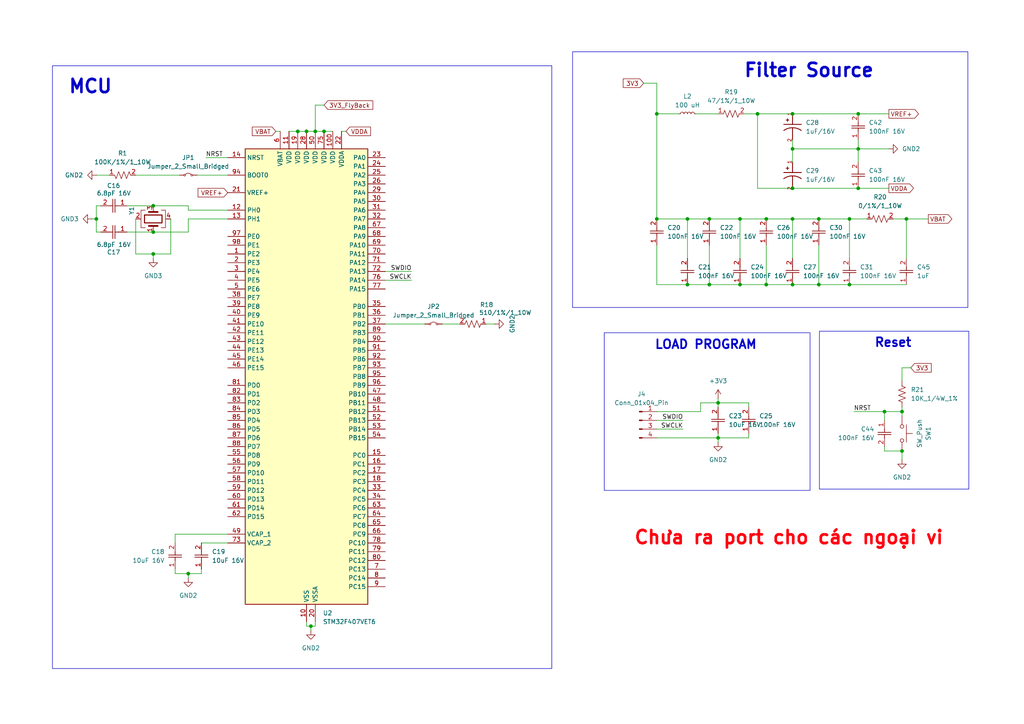
<source format=kicad_sch>
(kicad_sch (version 20231120) (generator "eeschema") (generator_version "8.0")
  (paper "A4")
  (lib_symbols
    (symbol "Connector:Conn_01x04_Pin" (pin_names (offset 1.016) hide)
      (property "Reference" "J" (at 0 5.08 0))
      (property "Value" "Conn_01x04_Pin" (at 0 -7.62 0))
      (symbol "Conn_01x04_Pin_1_1"
        (polyline (pts (xy 1.27 -5.08) (xy 0.8636 -5.08)) (stroke (width 0.1524)))
        (polyline (pts (xy 1.27 -2.54) (xy 0.8636 -2.54)) (stroke (width 0.1524)))
        (polyline (pts (xy 1.27 0) (xy 0.8636 0)) (stroke (width 0.1524)))
        (polyline (pts (xy 1.27 2.54) (xy 0.8636 2.54)) (stroke (width 0.1524)))
        (rectangle (start 0.8636 -4.953) (end 0 -5.207) (stroke (width 0.1524)) (fill (type outline)))
        (rectangle (start 0.8636 -2.413) (end 0 -2.667) (stroke (width 0.1524)) (fill (type outline)))
        (rectangle (start 0.8636 0.127) (end 0 -0.127) (stroke (width 0.1524)) (fill (type outline)))
        (rectangle (start 0.8636 2.667) (end 0 2.413) (stroke (width 0.1524)) (fill (type outline)))
        (pin passive line (at 5.08 2.54 180) (length 3.81) (name "Pin_1") (number "1"))
        (pin passive line (at 5.08 0 180) (length 3.81) (name "Pin_2") (number "2"))
        (pin passive line (at 5.08 -2.54 180) (length 3.81) (name "Pin_3") (number "3"))
        (pin passive line (at 5.08 -5.08 180) (length 3.81) (name "Pin_4") (number "4"))
      )
    )
    (symbol "Device:L_Small" (pin_numbers hide) (pin_names (offset 0.254) hide)
      (property "Reference" "L" (at 0.762 1.016 0))
      (property "Value" "L_Small" (at 0.762 -1.016 0))
      (symbol "L_Small_0_1"
        (arc (start 0 -2.032) (mid 0.5058 -1.524) (end 0 -1.016))
        (arc (start 0 -1.016) (mid 0.5058 -0.508) (end 0 0))
        (arc (start 0 0) (mid 0.5058 0.508) (end 0 1.016))
        (arc (start 0 1.016) (mid 0.5058 1.524) (end 0 2.032))
      )
      (symbol "L_Small_1_1"
        (pin passive line (at 0 2.54 270) (length 0.508) (name "~") (number "1"))
        (pin passive line (at 0 -2.54 90) (length 0.508) (name "~") (number "2"))
      )
    )
    (symbol "Jumper:Jumper_2_Small_Bridged" (pin_numbers hide) (pin_names (offset 0) hide) (exclude_from_sim yes)
      (property "Reference" "JP" (at 0 2.032 0))
      (property "Value" "Jumper_2_Small_Bridged" (at 0 -2.286 0))
      (symbol "Jumper_2_Small_Bridged_0_0"
        (circle (center -1.016 0) (radius 0.254))
        (circle (center 1.016 0) (radius 0.254))
      )
      (symbol "Jumper_2_Small_Bridged_0_1"
        (arc (start 0.762 0.254) (mid 0 0.5696) (end -0.762 0.254))
      )
      (symbol "Jumper_2_Small_Bridged_1_1"
        (pin passive line (at -2.54 0 0) (length 1.27) (name "A") (number "1"))
        (pin passive line (at 2.54 0 180) (length 1.27) (name "B") (number "2"))
      )
    )
    (symbol "charge_battery_sym_lib:Cap_Tantalum_1uF_16V" (pin_names (offset 1.016))
      (property "Reference" "C" (at -5.08 3.81 0))
      (property "Value" "1uF/16V" (at -5.08 -5.08 0))
      (symbol "Cap_Tantalum_1uF_16V_0_0"
        (rectangle (start -3.713 -1.532) (end -2.824 -1.405) (stroke (width 0.1)) (fill (type outline)))
        (rectangle (start -3.332 -1.913) (end -3.205 -1.024) (stroke (width 0.1)) (fill (type outline)))
        (arc (start -0.254 2.54) (mid -1.0549 0) (end -0.254 -2.54) (stroke (width 0.254)))
        (polyline (pts (xy -5.08 0) (xy -2.032 0)) (stroke (width 0.254)))
        (polyline (pts (xy -2.032 2.54) (xy -2.032 -2.54)) (stroke (width 0.254)))
        (polyline (pts (xy -1.016 0) (xy 2.54 0)) (stroke (width 0.254)))
        (pin passive line (at -5.08 0 0) (length 0) (name "~") (number "1"))
        (pin passive line (at 2.54 0 180) (length 0) (name "~") (number "2"))
      )
    )
    (symbol "charge_battery_sym_lib:Ceramic_Cap_Hole_1uF_50V_"
      (property "Reference" "C" (at -1.524 0.762 0))
      (property "Value" "1uF " (at 0.254 5.334 0))
      (symbol "Ceramic_Cap_Hole_1uF_50V__1_1"
        (polyline (pts (xy -1.27 -2.032) (xy -0.3302 -2.032)) (stroke (width 0.2032)))
        (polyline (pts (xy -0.3302 -3.937) (xy -0.3302 -0.127)) (stroke (width 0.2032)))
        (polyline (pts (xy 0.3048 -3.937) (xy 0.3048 -0.127)) (stroke (width 0.2032)))
        (polyline (pts (xy 0.3048 -2.032) (xy 1.27 -2.032)) (stroke (width 0.2032)))
        (pin unspecified line (at -3.81 -2.032 0) (length 2.54) (name "") (number "1"))
        (pin unspecified line (at 3.81 -2.032 180) (length 2.54) (name "") (number "2"))
      )
    )
    (symbol "charge_battery_sym_lib:Ceramic_Cap_SMD_100nF_16V"
      (property "Reference" "C" (at -1.524 0.762 0))
      (property "Value" "100nF 16V" (at 0.254 5.334 0))
      (symbol "Ceramic_Cap_SMD_100nF_16V_1_1"
        (polyline (pts (xy -1.27 -2.032) (xy -0.3302 -2.032)) (stroke (width 0.2032)))
        (polyline (pts (xy -0.3302 -3.937) (xy -0.3302 -0.127)) (stroke (width 0.2032)))
        (polyline (pts (xy 0.3048 -3.937) (xy 0.3048 -0.127)) (stroke (width 0.2032)))
        (polyline (pts (xy 0.3048 -2.032) (xy 1.27 -2.032)) (stroke (width 0.2032)))
        (pin unspecified line (at -3.81 -2.032 0) (length 2.54) (name "") (number "1"))
        (pin unspecified line (at 3.81 -2.032 180) (length 2.54) (name "") (number "2"))
      )
    )
    (symbol "charge_battery_sym_lib:Ceramic_Cap_SMD_10uF_16V"
      (property "Reference" "C" (at -1.524 0.762 0))
      (property "Value" "10uF 16V" (at 0.254 5.334 0))
      (symbol "Ceramic_Cap_SMD_10uF_16V_1_1"
        (polyline (pts (xy -1.27 -2.032) (xy -0.3302 -2.032)) (stroke (width 0.2032)))
        (polyline (pts (xy -0.3302 -3.937) (xy -0.3302 -0.127)) (stroke (width 0.2032)))
        (polyline (pts (xy 0.3048 -3.937) (xy 0.3048 -0.127)) (stroke (width 0.2032)))
        (polyline (pts (xy 0.3048 -2.032) (xy 1.27 -2.032)) (stroke (width 0.2032)))
        (pin unspecified line (at -3.81 -2.032 0) (length 2.54) (name "") (number "1"))
        (pin unspecified line (at 3.81 -2.032 180) (length 2.54) (name "") (number "2"))
      )
    )
    (symbol "charge_battery_sym_lib:Crystal_8MHz_SMD-4PIN" (pin_names (offset 1.016) hide)
      (property "Reference" "Y" (at 3.175 5.08 0))
      (property "Value" "Crystal_8MHz_SMD-4PIN" (at 3.175 3.175 0))
      (symbol "Crystal_8MHz_SMD-4PIN_0_1"
        (rectangle (start -1.143 2.54) (end 1.143 -2.54) (stroke (width 0.3048)))
        (polyline (pts (xy -2.54 0) (xy -2.032 0)))
        (polyline (pts (xy -2.032 -1.27) (xy -2.032 1.27)) (stroke (width 0.508)))
        (polyline (pts (xy 0 -3.81) (xy 0 -3.556)))
        (polyline (pts (xy 0 3.556) (xy 0 3.81)))
        (polyline (pts (xy 2.032 -1.27) (xy 2.032 1.27)) (stroke (width 0.508)))
        (polyline (pts (xy 2.032 0) (xy 2.54 0)))
        (polyline (pts (xy -2.54 -2.286) (xy -2.54 -3.556) (xy 2.54 -3.556) (xy 2.54 -2.286)))
        (polyline (pts (xy -2.54 2.286) (xy -2.54 3.556) (xy 2.54 3.556) (xy 2.54 2.286)))
      )
      (symbol "Crystal_8MHz_SMD-4PIN_1_1"
        (pin passive line (at -3.81 0 0) (length 1.27) (name "1") (number "1"))
        (pin passive line (at 0 5.08 270) (length 1.27) (name "2") (number "2"))
        (pin passive line (at 3.81 0 180) (length 1.27) (name "3") (number "3"))
        (pin passive line (at 0 -5.08 90) (length 1.27) (name "4") (number "4"))
      )
    )
    (symbol "charge_battery_sym_lib:Res_10K_0603_1%"
      (property "Reference" "R" (at 1.27 10.16 0))
      (property "Value" "10K/1%/1_10W" (at 2.54 3.81 0))
      (symbol "Res_10K_0603_1%_0_1"
        (polyline (pts (xy 0 6.35) (xy -0.254 6.35)))
        (polyline (pts (xy 4.572 6.35) (xy 4.826 6.35)))
        (polyline (pts (xy 0 6.35) (xy 0.381 7.366) (xy 0.762 6.35) (xy 1.143 5.334) (xy 1.524 6.35)))
        (polyline (pts (xy 1.524 6.35) (xy 1.905 7.366) (xy 2.286 6.35) (xy 2.667 5.334) (xy 3.048 6.35)))
        (polyline (pts (xy 3.048 6.35) (xy 3.429 7.366) (xy 3.81 6.35) (xy 4.191 5.334) (xy 4.572 6.35)))
      )
      (symbol "Res_10K_0603_1%_1_1"
        (pin passive line (at -1.524 6.35 0) (length 1.27) (name "~") (number "1"))
        (pin passive line (at 6.096 6.35 180) (length 1.27) (name "~") (number "2"))
      )
    )
    (symbol "charge_battery_sym_lib:Res_200K_0603_1%"
      (property "Reference" "R" (at 0 -3.81 0))
      (property "Value" "200K/1%/1_10W" (at 1.27 -8.89 0))
      (symbol "Res_200K_0603_1%_0_1"
        (polyline (pts (xy -1.016 -6.35) (xy -1.27 -6.35)))
        (polyline (pts (xy 3.556 -6.35) (xy 3.81 -6.35)))
        (polyline (pts (xy -1.016 -6.35) (xy -0.635 -5.334) (xy -0.254 -6.35) (xy 0.127 -7.366) (xy 0.508 -6.35)))
        (polyline (pts (xy 0.508 -6.35) (xy 0.889 -5.334) (xy 1.27 -6.35) (xy 1.651 -7.366) (xy 2.032 -6.35)))
        (polyline (pts (xy 2.032 -6.35) (xy 2.413 -5.334) (xy 2.794 -6.35) (xy 3.175 -7.366) (xy 3.556 -6.35)))
      )
      (symbol "Res_200K_0603_1%_1_1"
        (pin passive line (at -2.54 -6.35 0) (length 1.27) (name "~") (number "1"))
        (pin passive line (at 5.08 -6.35 180) (length 1.27) (name "~") (number "2"))
      )
    )
    (symbol "charge_battery_sym_lib:Res_hole_10K_1/4W_1%" (pin_numbers hide) (pin_names (offset 0))
      (property "Reference" "R" (at 1.016 1.016 0))
      (property "Value" "10K_1/4W_1%" (at 1.27 -3.81 0))
      (symbol "Res_hole_10K_1/4W_1%_0_1"
        (polyline (pts (xy -1.016 -1.27) (xy -1.27 -1.27)))
        (polyline (pts (xy 3.556 -1.27) (xy 3.81 -1.27)))
        (polyline (pts (xy -1.016 -1.27) (xy -0.635 -0.254) (xy -0.254 -1.27) (xy 0.127 -2.286) (xy 0.508 -1.27)))
        (polyline (pts (xy 0.508 -1.27) (xy 0.889 -0.254) (xy 1.27 -1.27) (xy 1.651 -2.286) (xy 2.032 -1.27)))
        (polyline (pts (xy 2.032 -1.27) (xy 2.413 -0.254) (xy 2.794 -1.27) (xy 3.175 -2.286) (xy 3.556 -1.27)))
      )
      (symbol "Res_hole_10K_1/4W_1%_1_1"
        (pin passive line (at -2.54 -1.27 0) (length 1.27) (name "~") (number "1"))
        (pin passive line (at 5.08 -1.27 180) (length 1.27) (name "~") (number "2"))
      )
    )
    (symbol "charge_battery_sym_lib:STM32F407VET6"
      (property "Reference" "U" (at -17.78 67.31 0))
      (property "Value" "STM32F407VET6" (at 12.7 67.31 0))
      (symbol "STM32F407VET6_0_1"
        (rectangle (start -17.78 66.04) (end 17.78 -66.04) (stroke (width 0.254)) (fill (type background)))
      )
      (symbol "STM32F407VET6_1_1"
        (pin bidirectional line (at -22.86 35.56 0) (length 5.08) (name "PE2") (number "1"))
        (pin power_in line (at 0 -71.12 90) (length 5.08) (name "VSS") (number "10"))
        (pin power_in line (at 7.62 71.12 270) (length 5.08) (name "VDD") (number "100"))
        (pin power_in line (at -5.08 71.12 270) (length 5.08) (name "VDD") (number "11"))
        (pin bidirectional line (at -22.86 48.26 0) (length 5.08) (name "PH0") (number "12"))
        (pin bidirectional line (at -22.86 45.72 0) (length 5.08) (name "PH1") (number "13"))
        (pin input line (at -22.86 63.5 0) (length 5.08) (name "NRST") (number "14"))
        (pin bidirectional line (at 22.86 -22.86 180) (length 5.08) (name "PC0") (number "15"))
        (pin bidirectional line (at 22.86 -25.4 180) (length 5.08) (name "PC1") (number "16"))
        (pin bidirectional line (at 22.86 -27.94 180) (length 5.08) (name "PC2") (number "17"))
        (pin bidirectional line (at 22.86 -30.48 180) (length 5.08) (name "PC3") (number "18"))
        (pin power_in line (at -2.54 71.12 270) (length 5.08) (name "VDD") (number "19"))
        (pin bidirectional line (at -22.86 33.02 0) (length 5.08) (name "PE3") (number "2"))
        (pin power_in line (at 2.54 -71.12 90) (length 5.08) (name "VSSA") (number "20"))
        (pin input line (at -22.86 53.34 0) (length 5.08) (name "VREF+") (number "21"))
        (pin power_in line (at 10.16 71.12 270) (length 5.08) (name "VDDA") (number "22"))
        (pin bidirectional line (at 22.86 63.5 180) (length 5.08) (name "PA0") (number "23"))
        (pin bidirectional line (at 22.86 60.96 180) (length 5.08) (name "PA1") (number "24"))
        (pin bidirectional line (at 22.86 58.42 180) (length 5.08) (name "PA2") (number "25"))
        (pin bidirectional line (at 22.86 55.88 180) (length 5.08) (name "PA3") (number "26"))
        (pin passive line (at 0 -71.12 90) (length 5.08) hide (name "VSS") (number "27"))
        (pin power_in line (at 0 71.12 270) (length 5.08) (name "VDD") (number "28"))
        (pin bidirectional line (at 22.86 53.34 180) (length 5.08) (name "PA4") (number "29"))
        (pin bidirectional line (at -22.86 30.48 0) (length 5.08) (name "PE4") (number "3"))
        (pin bidirectional line (at 22.86 50.8 180) (length 5.08) (name "PA5") (number "30"))
        (pin bidirectional line (at 22.86 48.26 180) (length 5.08) (name "PA6") (number "31"))
        (pin bidirectional line (at 22.86 45.72 180) (length 5.08) (name "PA7") (number "32"))
        (pin bidirectional line (at 22.86 -33.02 180) (length 5.08) (name "PC4") (number "33"))
        (pin bidirectional line (at 22.86 -35.56 180) (length 5.08) (name "PC5") (number "34"))
        (pin bidirectional line (at 22.86 20.32 180) (length 5.08) (name "PB0") (number "35"))
        (pin bidirectional line (at 22.86 17.78 180) (length 5.08) (name "PB1") (number "36"))
        (pin bidirectional line (at 22.86 15.24 180) (length 5.08) (name "PB2") (number "37"))
        (pin bidirectional line (at -22.86 22.86 0) (length 5.08) (name "PE7") (number "38"))
        (pin bidirectional line (at -22.86 20.32 0) (length 5.08) (name "PE8") (number "39"))
        (pin bidirectional line (at -22.86 27.94 0) (length 5.08) (name "PE5") (number "4"))
        (pin bidirectional line (at -22.86 17.78 0) (length 5.08) (name "PE9") (number "40"))
        (pin bidirectional line (at -22.86 15.24 0) (length 5.08) (name "PE10") (number "41"))
        (pin bidirectional line (at -22.86 12.7 0) (length 5.08) (name "PE11") (number "42"))
        (pin bidirectional line (at -22.86 10.16 0) (length 5.08) (name "PE12") (number "43"))
        (pin bidirectional line (at -22.86 7.62 0) (length 5.08) (name "PE13") (number "44"))
        (pin bidirectional line (at -22.86 5.08 0) (length 5.08) (name "PE14") (number "45"))
        (pin bidirectional line (at -22.86 2.54 0) (length 5.08) (name "PE15") (number "46"))
        (pin bidirectional line (at 22.86 -5.08 180) (length 5.08) (name "PB10") (number "47"))
        (pin bidirectional line (at 22.86 -7.62 180) (length 5.08) (name "PB11") (number "48"))
        (pin power_out line (at -22.86 -45.72 0) (length 5.08) (name "VCAP_1") (number "49"))
        (pin bidirectional line (at -22.86 25.4 0) (length 5.08) (name "PE6") (number "5"))
        (pin power_in line (at 2.54 71.12 270) (length 5.08) (name "VDD") (number "50"))
        (pin bidirectional line (at 22.86 -10.16 180) (length 5.08) (name "PB12") (number "51"))
        (pin bidirectional line (at 22.86 -12.7 180) (length 5.08) (name "PB13") (number "52"))
        (pin bidirectional line (at 22.86 -15.24 180) (length 5.08) (name "PB14") (number "53"))
        (pin bidirectional line (at 22.86 -17.78 180) (length 5.08) (name "PB15") (number "54"))
        (pin bidirectional line (at -22.86 -22.86 0) (length 5.08) (name "PD8") (number "55"))
        (pin bidirectional line (at -22.86 -25.4 0) (length 5.08) (name "PD9") (number "56"))
        (pin bidirectional line (at -22.86 -27.94 0) (length 5.08) (name "PD10") (number "57"))
        (pin bidirectional line (at -22.86 -30.48 0) (length 5.08) (name "PD11") (number "58"))
        (pin bidirectional line (at -22.86 -33.02 0) (length 5.08) (name "PD12") (number "59"))
        (pin power_in line (at -7.62 71.12 270) (length 5.08) (name "VBAT") (number "6"))
        (pin bidirectional line (at -22.86 -35.56 0) (length 5.08) (name "PD13") (number "60"))
        (pin bidirectional line (at -22.86 -38.1 0) (length 5.08) (name "PD14") (number "61"))
        (pin bidirectional line (at -22.86 -40.64 0) (length 5.08) (name "PD15") (number "62"))
        (pin bidirectional line (at 22.86 -38.1 180) (length 5.08) (name "PC6") (number "63"))
        (pin bidirectional line (at 22.86 -40.64 180) (length 5.08) (name "PC7") (number "64"))
        (pin bidirectional line (at 22.86 -43.18 180) (length 5.08) (name "PC8") (number "65"))
        (pin bidirectional line (at 22.86 -45.72 180) (length 5.08) (name "PC9") (number "66"))
        (pin bidirectional line (at 22.86 43.18 180) (length 5.08) (name "PA8") (number "67"))
        (pin bidirectional line (at 22.86 40.64 180) (length 5.08) (name "PA9") (number "68"))
        (pin bidirectional line (at 22.86 38.1 180) (length 5.08) (name "PA10") (number "69"))
        (pin bidirectional line (at 22.86 -55.88 180) (length 5.08) (name "PC13") (number "7"))
        (pin bidirectional line (at 22.86 35.56 180) (length 5.08) (name "PA11") (number "70"))
        (pin bidirectional line (at 22.86 33.02 180) (length 5.08) (name "PA12") (number "71"))
        (pin bidirectional line (at 22.86 30.48 180) (length 5.08) (name "PA13") (number "72"))
        (pin power_out line (at -22.86 -48.26 0) (length 5.08) (name "VCAP_2") (number "73"))
        (pin passive line (at 0 -71.12 90) (length 5.08) hide (name "VSS") (number "74"))
        (pin power_in line (at 5.08 71.12 270) (length 5.08) (name "VDD") (number "75"))
        (pin bidirectional line (at 22.86 27.94 180) (length 5.08) (name "PA14") (number "76"))
        (pin bidirectional line (at 22.86 25.4 180) (length 5.08) (name "PA15") (number "77"))
        (pin bidirectional line (at 22.86 -48.26 180) (length 5.08) (name "PC10") (number "78"))
        (pin bidirectional line (at 22.86 -50.8 180) (length 5.08) (name "PC11") (number "79"))
        (pin bidirectional line (at 22.86 -58.42 180) (length 5.08) (name "PC14") (number "8"))
        (pin bidirectional line (at 22.86 -53.34 180) (length 5.08) (name "PC12") (number "80"))
        (pin bidirectional line (at -22.86 -2.54 0) (length 5.08) (name "PD0") (number "81"))
        (pin bidirectional line (at -22.86 -5.08 0) (length 5.08) (name "PD1") (number "82"))
        (pin bidirectional line (at -22.86 -7.62 0) (length 5.08) (name "PD2") (number "83"))
        (pin bidirectional line (at -22.86 -10.16 0) (length 5.08) (name "PD3") (number "84"))
        (pin bidirectional line (at -22.86 -12.7 0) (length 5.08) (name "PD4") (number "85"))
        (pin bidirectional line (at -22.86 -15.24 0) (length 5.08) (name "PD5") (number "86"))
        (pin bidirectional line (at -22.86 -17.78 0) (length 5.08) (name "PD6") (number "87"))
        (pin bidirectional line (at -22.86 -20.32 0) (length 5.08) (name "PD7") (number "88"))
        (pin bidirectional line (at 22.86 12.7 180) (length 5.08) (name "PB3") (number "89"))
        (pin bidirectional line (at 22.86 -60.96 180) (length 5.08) (name "PC15") (number "9"))
        (pin bidirectional line (at 22.86 10.16 180) (length 5.08) (name "PB4") (number "90"))
        (pin bidirectional line (at 22.86 7.62 180) (length 5.08) (name "PB5") (number "91"))
        (pin bidirectional line (at 22.86 5.08 180) (length 5.08) (name "PB6") (number "92"))
        (pin bidirectional line (at 22.86 2.54 180) (length 5.08) (name "PB7") (number "93"))
        (pin input line (at -22.86 58.42 0) (length 5.08) (name "BOOT0") (number "94"))
        (pin bidirectional line (at 22.86 0 180) (length 5.08) (name "PB8") (number "95"))
        (pin bidirectional line (at 22.86 -2.54 180) (length 5.08) (name "PB9") (number "96"))
        (pin bidirectional line (at -22.86 40.64 0) (length 5.08) (name "PE0") (number "97"))
        (pin bidirectional line (at -22.86 38.1 0) (length 5.08) (name "PE1") (number "98"))
        (pin passive line (at 0 -71.12 90) (length 5.08) hide (name "VSS") (number "99"))
      )
    )
    (symbol "charge_battery_sym_lib:SW_Push" (pin_numbers hide) (pin_names (offset 1.016) hide)
      (property "Reference" "SW" (at 1.27 2.54 0))
      (property "Value" "SW_Push" (at 0 -1.524 0))
      (symbol "SW_Push_0_1"
        (circle (center -2.032 0) (radius 0.508))
        (polyline (pts (xy 0 1.27) (xy 0 3.048)))
        (polyline (pts (xy 2.54 1.27) (xy -2.54 1.27)))
        (circle (center 2.032 0) (radius 0.508))
        (pin passive line (at -5.08 0 0) (length 2.54) (name "1") (number "1"))
        (pin passive line (at 5.08 0 180) (length 2.54) (name "2") (number "2"))
      )
    )
    (symbol "power:+3V3" (power) (pin_numbers hide) (pin_names (offset 0) hide)
      (property "Value" "+3V3" (at 0 3.556 0))
      (symbol "+3V3_0_1"
        (polyline (pts (xy -0.762 1.27) (xy 0 2.54)))
        (polyline (pts (xy 0 0) (xy 0 2.54)))
        (polyline (pts (xy 0 2.54) (xy 0.762 1.27)))
      )
      (symbol "+3V3_1_1"
        (pin power_in line (at 0 0 90) (length 0) (name "~") (number "1"))
      )
    )
    (symbol "power:GND2" (power) (pin_numbers hide) (pin_names (offset 0) hide)
      (property "Value" "GND2" (at 0 -3.81 0))
      (symbol "GND2_0_1"
        (polyline (pts (xy 0 0) (xy 0 -1.27) (xy 1.27 -1.27) (xy 0 -2.54) (xy -1.27 -1.27) (xy 0 -1.27)))
      )
      (symbol "GND2_1_1"
        (pin power_in line (at 0 0 270) (length 0) (name "~") (number "1"))
      )
    )
    (symbol "power:GND3" (power) (pin_numbers hide) (pin_names (offset 0) hide)
      (property "Value" "GND3" (at 0 -3.81 0))
      (symbol "GND3_0_1"
        (polyline (pts (xy 0 0) (xy 0 -1.27) (xy 1.27 -1.27) (xy 0 -2.54) (xy -1.27 -1.27) (xy 0 -1.27)))
      )
      (symbol "GND3_1_1"
        (pin power_in line (at 0 0 270) (length 0) (name "~") (number "1"))
      )
    )
  )
  (junction (at 261.62 119.38))
  (junction (at 229.87 63.5))
  (junction (at 246.38 82.55))
  (junction (at 256.54 119.38))
  (junction (at 205.74 63.5))
  (junction (at 190.5 63.5))
  (junction (at 229.87 43.18))
  (junction (at 208.28 116.84))
  (junction (at 219.71 33.02))
  (junction (at 237.49 63.5))
  (junction (at 199.39 82.55))
  (junction (at 262.89 63.5))
  (junction (at 214.63 63.5))
  (junction (at 229.87 54.61))
  (junction (at 44.45 59.69))
  (junction (at 54.61 166.37))
  (junction (at 44.45 67.31))
  (junction (at 246.38 63.5))
  (junction (at 44.45 73.66))
  (junction (at 222.25 63.5))
  (junction (at 229.87 33.02))
  (junction (at 214.63 82.55))
  (junction (at 91.44 38.1))
  (junction (at 88.9 38.1))
  (junction (at 229.87 82.55))
  (junction (at 93.98 38.1))
  (junction (at 205.74 82.55))
  (junction (at 237.49 82.55))
  (junction (at 190.5 33.02))
  (junction (at 199.39 63.5))
  (junction (at 90.17 181.61))
  (junction (at 208.28 127))
  (junction (at 222.25 82.55))
  (junction (at 248.92 33.02))
  (junction (at 27.94 63.5))
  (junction (at 248.92 43.18))
  (junction (at 261.62 130.81))
  (junction (at 248.92 54.61))
  (junction (at 86.36 38.1))
  (wire (pts (xy 111.76 81.28) (xy 119.38 81.28)))
  (wire (pts (xy 58.42 166.37) (xy 58.42 165.1)))
  (wire (pts (xy 222.25 71.12) (xy 222.25 82.55)))
  (wire (pts (xy 217.17 116.84) (xy 217.17 118.11)))
  (wire (pts (xy 205.74 82.55) (xy 214.63 82.55)))
  (wire (pts (xy 199.39 63.5) (xy 199.39 74.93)))
  (wire (pts (xy 208.28 115.57) (xy 208.28 116.84)))
  (wire (pts (xy 91.44 180.34) (xy 91.44 181.61)))
  (wire (pts (xy 222.25 82.55) (xy 229.87 82.55)))
  (wire (pts (xy 80.01 38.1) (xy 81.28 38.1)))
  (wire (pts (xy 88.9 38.1) (xy 91.44 38.1)))
  (wire (pts (xy 199.39 82.55) (xy 205.74 82.55)))
  (wire (pts (xy 217.17 127) (xy 217.17 125.73)))
  (wire (pts (xy 261.62 133.35) (xy 261.62 130.81)))
  (wire (pts (xy 237.49 82.55) (xy 246.38 82.55)))
  (wire (pts (xy 39.37 50.8) (xy 52.07 50.8)))
  (wire (pts (xy 27.94 50.8) (xy 31.75 50.8)))
  (wire (pts (xy 190.5 121.92) (xy 198.12 121.92)))
  (wire (pts (xy 248.92 54.61) (xy 229.87 54.61)))
  (wire (pts (xy 208.28 127) (xy 217.17 127)))
  (wire (pts (xy 262.89 63.5) (xy 262.89 74.93)))
  (wire (pts (xy 246.38 63.5) (xy 251.46 63.5)))
  (wire (pts (xy 186.69 24.13) (xy 190.5 24.13)))
  (wire (pts (xy 50.8 157.48) (xy 50.8 154.94)))
  (wire (pts (xy 229.87 63.5) (xy 229.87 74.93)))
  (wire (pts (xy 222.25 63.5) (xy 229.87 63.5)))
  (wire (pts (xy 214.63 63.5) (xy 222.25 63.5)))
  (wire (pts (xy 190.5 119.38) (xy 203.2 119.38)))
  (wire (pts (xy 86.36 38.1) (xy 88.9 38.1)))
  (wire (pts (xy 190.5 33.02) (xy 196.85 33.02)))
  (wire (pts (xy 208.28 116.84) (xy 217.17 116.84)))
  (wire (pts (xy 246.38 82.55) (xy 262.89 82.55)))
  (wire (pts (xy 27.94 59.69) (xy 27.94 63.5)))
  (wire (pts (xy 214.63 63.5) (xy 214.63 74.93)))
  (wire (pts (xy 199.39 63.5) (xy 205.74 63.5)))
  (wire (pts (xy 93.98 30.48) (xy 91.44 30.48)))
  (wire (pts (xy 59.69 45.72) (xy 66.04 45.72)))
  (wire (pts (xy 190.5 33.02) (xy 190.5 63.5)))
  (wire (pts (xy 262.89 63.5) (xy 259.08 63.5)))
  (wire (pts (xy 190.5 127) (xy 208.28 127)))
  (wire (pts (xy 208.28 116.84) (xy 208.28 118.11)))
  (wire (pts (xy 237.49 71.12) (xy 237.49 82.55)))
  (wire (pts (xy 36.83 67.31) (xy 44.45 67.31)))
  (wire (pts (xy 49.53 63.5) (xy 49.53 73.66)))
  (wire (pts (xy 256.54 119.38) (xy 261.62 119.38)))
  (wire (pts (xy 83.82 38.1) (xy 86.36 38.1)))
  (wire (pts (xy 128.27 93.98) (xy 133.35 93.98)))
  (wire (pts (xy 50.8 165.1) (xy 50.8 166.37)))
  (wire (pts (xy 50.8 154.94) (xy 66.04 154.94)))
  (wire (pts (xy 190.5 124.46) (xy 198.12 124.46)))
  (wire (pts (xy 57.15 50.8) (xy 66.04 50.8)))
  (wire (pts (xy 39.37 63.5) (xy 39.37 73.66)))
  (wire (pts (xy 246.38 63.5) (xy 246.38 74.93)))
  (wire (pts (xy 54.61 67.31) (xy 44.45 67.31)))
  (wire (pts (xy 91.44 181.61) (xy 90.17 181.61)))
  (wire (pts (xy 257.81 54.61) (xy 248.92 54.61)))
  (wire (pts (xy 214.63 82.55) (xy 222.25 82.55)))
  (wire (pts (xy 248.92 43.18) (xy 257.81 43.18)))
  (wire (pts (xy 54.61 63.5) (xy 54.61 67.31)))
  (wire (pts (xy 205.74 63.5) (xy 214.63 63.5)))
  (wire (pts (xy 27.94 59.69) (xy 29.21 59.69)))
  (wire (pts (xy 201.93 33.02) (xy 208.28 33.02)))
  (wire (pts (xy 247.65 119.38) (xy 256.54 119.38)))
  (wire (pts (xy 111.76 93.98) (xy 123.19 93.98)))
  (wire (pts (xy 261.62 118.11) (xy 261.62 119.38)))
  (wire (pts (xy 27.94 67.31) (xy 29.21 67.31)))
  (wire (pts (xy 91.44 38.1) (xy 93.98 38.1)))
  (wire (pts (xy 66.04 63.5) (xy 54.61 63.5)))
  (wire (pts (xy 203.2 116.84) (xy 208.28 116.84)))
  (wire (pts (xy 229.87 43.18) (xy 248.92 43.18)))
  (wire (pts (xy 54.61 167.64) (xy 54.61 166.37)))
  (wire (pts (xy 90.17 181.61) (xy 88.9 181.61)))
  (wire (pts (xy 26.67 63.5) (xy 27.94 63.5)))
  (wire (pts (xy 143.51 93.98) (xy 140.97 93.98)))
  (wire (pts (xy 215.9 33.02) (xy 219.71 33.02)))
  (wire (pts (xy 229.87 43.18) (xy 229.87 46.99)))
  (wire (pts (xy 256.54 130.81) (xy 261.62 130.81)))
  (wire (pts (xy 229.87 54.61) (xy 219.71 54.61)))
  (wire (pts (xy 208.28 125.73) (xy 208.28 127)))
  (wire (pts (xy 219.71 54.61) (xy 219.71 33.02)))
  (wire (pts (xy 190.5 71.12) (xy 190.5 82.55)))
  (wire (pts (xy 90.17 182.88) (xy 90.17 181.61)))
  (wire (pts (xy 229.87 82.55) (xy 237.49 82.55)))
  (wire (pts (xy 66.04 60.96) (xy 54.61 60.96)))
  (wire (pts (xy 54.61 59.69) (xy 44.45 59.69)))
  (wire (pts (xy 248.92 43.18) (xy 248.92 46.99)))
  (wire (pts (xy 229.87 40.64) (xy 229.87 43.18)))
  (wire (pts (xy 257.81 33.02) (xy 248.92 33.02)))
  (wire (pts (xy 203.2 119.38) (xy 203.2 116.84)))
  (wire (pts (xy 44.45 73.66) (xy 49.53 73.66)))
  (wire (pts (xy 229.87 63.5) (xy 237.49 63.5)))
  (wire (pts (xy 190.5 63.5) (xy 199.39 63.5)))
  (wire (pts (xy 264.16 106.68) (xy 261.62 106.68)))
  (wire (pts (xy 58.42 157.48) (xy 66.04 157.48)))
  (wire (pts (xy 93.98 38.1) (xy 96.52 38.1)))
  (wire (pts (xy 190.5 82.55) (xy 199.39 82.55)))
  (wire (pts (xy 208.28 128.27) (xy 208.28 127)))
  (wire (pts (xy 54.61 166.37) (xy 58.42 166.37)))
  (wire (pts (xy 88.9 181.61) (xy 88.9 180.34)))
  (wire (pts (xy 190.5 24.13) (xy 190.5 33.02)))
  (wire (pts (xy 256.54 119.38) (xy 256.54 121.92)))
  (wire (pts (xy 44.45 73.66) (xy 44.45 74.93)))
  (wire (pts (xy 54.61 60.96) (xy 54.61 59.69)))
  (wire (pts (xy 205.74 71.12) (xy 205.74 82.55)))
  (wire (pts (xy 111.76 78.74) (xy 119.38 78.74)))
  (wire (pts (xy 91.44 30.48) (xy 91.44 38.1)))
  (wire (pts (xy 100.33 38.1) (xy 99.06 38.1)))
  (wire (pts (xy 219.71 33.02) (xy 229.87 33.02)))
  (wire (pts (xy 36.83 59.69) (xy 44.45 59.69)))
  (wire (pts (xy 229.87 33.02) (xy 248.92 33.02)))
  (wire (pts (xy 261.62 119.38) (xy 261.62 120.65)))
  (wire (pts (xy 256.54 129.54) (xy 256.54 130.81)))
  (wire (pts (xy 248.92 43.18) (xy 248.92 40.64)))
  (wire (pts (xy 269.24 63.5) (xy 262.89 63.5)))
  (wire (pts (xy 261.62 106.68) (xy 261.62 110.49)))
  (wire (pts (xy 39.37 73.66) (xy 44.45 73.66)))
  (wire (pts (xy 237.49 63.5) (xy 246.38 63.5)))
  (wire (pts (xy 27.94 63.5) (xy 27.94 67.31)))
  (wire (pts (xy 50.8 166.37) (xy 54.61 166.37)))
  (rectangle (start 15.2146 19.0754) (end 160.0454 193.9036))
  (rectangle (start 166.0652 15.0114) (end 280.7208 89.1794))
  (rectangle (start 237.6678 96.0628) (end 281.0002 141.859))
  (rectangle (start 175.26 96.52) (end 234.95 142.24))
  (text "Chưa ra port cho các ngoại vi\n" (at 228.8032 156.0576 0) (effects (font (size 3.81 3.81) (thickness 0.762) (bold yes))))
  (text "Reset\n" (at 259.0292 99.4918 0) (effects (font (size 2.54 2.54) (bold yes))))
  (text "MCU" (at 26.2382 25.2222 0) (effects (font (size 3.81 3.81) (bold yes))))
  (text "Filter Source\n" (at 234.6452 20.5486 0) (effects (font (size 3.81 3.81) (bold yes))))
  (text "LOAD PROGRAM" (at 204.724 100.076 0) (effects (font (size 2.54 2.54) (bold yes))))
  (label "NRST" (at 59.69 45.72 0))
  (label "SWCLK" (at 119.38 81.28 180))
  (label "SWCLK" (at 198.12 124.46 180))
  (label "SWDIO" (at 119.38 78.74 180))
  (label "SWDIO" (at 198.12 121.92 180))
  (label "NRST" (at 247.65 119.38 0))
  (global_label "VREF+" (shape input) (at 66.04 55.88 180) (property "Intersheetrefs" "${INTERSHEET_REFS}" (effects (hide yes))))
  (global_label "VDDA" (shape input) (at 100.33 38.1 0) (property "Intersheetrefs" "${INTERSHEET_REFS}" (effects (hide yes))))
  (global_label "3V3" (shape input) (at 186.69 24.13 180) (property "Intersheetrefs" "${INTERSHEET_REFS}" (effects (hide yes))))
  (global_label "VREF+" (shape output) (at 257.81 33.02 0) (property "Intersheetrefs" "${INTERSHEET_REFS}" (effects (hide yes))))
  (global_label "3V3" (shape input) (at 264.16 106.68 0) (property "Intersheetrefs" "${INTERSHEET_REFS}" (effects (hide yes))))
  (global_label "3V3_FlyBack" (shape input) (at 93.98 30.48 0) (property "Intersheetrefs" "${INTERSHEET_REFS}" (effects (hide yes))))
  (global_label "VBAT" (shape input) (at 80.01 38.1 180) (property "Intersheetrefs" "${INTERSHEET_REFS}" (effects (hide yes))))
  (global_label "VDDA" (shape output) (at 257.81 54.61 0) (property "Intersheetrefs" "${INTERSHEET_REFS}" (effects (hide yes))))
  (global_label "VBAT" (shape output) (at 269.24 63.5 0) (property "Intersheetrefs" "${INTERSHEET_REFS}" (effects (hide yes))))
  (symbol (lib_id "charge_battery_sym_lib:STM32F407VET6") (at 88.9 109.22 0) (unit 1)
    (property "Reference" "U2" (at 93.6341 177.8 0) (effects (justify left)))
    (property "Value" "STM32F407VET6" (at 93.6341 180.34 0) (effects (justify left)))
    (property "Footprint" "charge_battery_footprint_lib:STM32F407VET6" (effects (hide yes)))
    (property "Datasheet" "https://www.st.com/resource/en/datasheet/stm32f407ve.pdf" (effects (hide yes)))
    (property "Description" "STMicroelectronics Arm Cortex-M4 MCU, 512KB flash, 192KB RAM, 168 MHz, 1.8-3.6V, 82 GPIO, LQFP100" (effects (hide yes)))
    (property "Supply name " "Thegioiic" (effects (hide yes)))
    (property "Supply part number" "STM32F407VET6, 32-Bit ARM Cortex M4 Microcontroller, 168MHz, 512KB FLASH, 100-LQFP" (effects (hide yes)))
    (property "Supply URL" "https://www.thegioiic.com/stm32f407vet6-32-bit-arm-cortex-m4-microcontroller-168mhz-512kb-flash-100-lqfp" (effects (hide yes)))
  )
  (symbol (lib_id "charge_battery_sym_lib:Ceramic_Cap_SMD_100nF_16V") (at 227.838 78.74 90) (unit 1)
    (property "Reference" "C27" (at 232.918 77.4699 90) (effects (justify right)))
    (property "Value" "100nF 16V" (at 232.918 80.0099 90) (effects (justify right)))
    (property "Footprint" "charge_battery_footprint_lib:C_0603_1608Metric" (effects (hide yes)))
    (property "Datasheet" "https://www.mouser.vn/datasheet/2/40/KYOCERA_AutoMLCCKAM-3106308.pdf" (effects (hide yes)))
    (property "Description" "10%, 0603 (1608 Metric)" (effects (hide yes)))
    (property "Supply name" "Thegioiic" (effects (hide yes)))
    (property "Supply part number" "Tụ Gốm 0603 100nF (0.1uF) 16V" (effects (hide yes)))
    (property "Supply URL" "https://www.thegioiic.com/tu-gom-0603-100nf-0-1uf-16v" (effects (hide yes)))
  )
  (symbol (lib_id "charge_battery_sym_lib:Ceramic_Cap_SMD_100nF_16V") (at 246.888 50.8 90) (unit 1)
    (property "Reference" "C43" (at 251.968 49.5299 90) (effects (justify right)))
    (property "Value" "100nF 16V" (at 251.968 52.0699 90) (effects (justify right)))
    (property "Footprint" "charge_battery_footprint_lib:C_0603_1608Metric" (effects (hide yes)))
    (property "Datasheet" "https://www.mouser.vn/datasheet/2/40/KYOCERA_AutoMLCCKAM-3106308.pdf" (effects (hide yes)))
    (property "Description" "10%, 0603 (1608 Metric)" (effects (hide yes)))
    (property "Supply name" "Thegioiic" (effects (hide yes)))
    (property "Supply part number" "Tụ Gốm 0603 100nF (0.1uF) 16V" (effects (hide yes)))
    (property "Supply URL" "https://www.thegioiic.com/tu-gom-0603-100nf-0-1uf-16v" (effects (hide yes)))
  )
  (symbol (lib_id "charge_battery_sym_lib:Ceramic_Cap_SMD_10uF_16V") (at 206.248 121.92 90) (unit 1)
    (property "Reference" "C23" (at 211.328 120.6499 90) (effects (justify right)))
    (property "Value" "10uF 16V" (at 211.328 123.1899 90) (effects (justify right)))
    (property "Footprint" "charge_battery_footprint_lib:Ceramic_Cap_10uF_16V" (effects (hide yes)))
    (property "Datasheet" "https://www.mouser.vn/datasheet/2/40/KYOCERA_AutoMLCCKAM-3106308.pdf" (effects (hide yes)))
    (property "Description" "10%, 0603 (1608 Metric)" (effects (hide yes)))
    (property "Supply name" "Thegioiic" (effects (hide yes)))
    (property "Supply part number" "Tụ Gốm 0603 10uF 16V" (effects (hide yes)))
    (property "Supply URL" "https://www.thegioiic.com/tu-gom-0603-10uf-16v" (effects (hide yes)))
  )
  (symbol (lib_id "power:GND2") (at 54.61 167.64 0) (unit 1)
    (property "Reference" "#PWR019" (effects (hide yes)))
    (property "Value" "GND2" (at 54.61 172.72 0))
    (property "Description" "Power symbol creates a global label with name \"GND2\" , ground" (effects (hide yes)))
  )
  (symbol (lib_id "charge_battery_sym_lib:Ceramic_Cap_SMD_100nF_16V") (at 203.708 67.31 90) (unit 1)
    (property "Reference" "C22" (at 208.788 66.0399 90) (effects (justify right)))
    (property "Value" "100nF 16V" (at 208.788 68.5799 90) (effects (justify right)))
    (property "Footprint" "charge_battery_footprint_lib:C_0603_1608Metric" (effects (hide yes)))
    (property "Datasheet" "https://www.mouser.vn/datasheet/2/40/KYOCERA_AutoMLCCKAM-3106308.pdf" (effects (hide yes)))
    (property "Description" "10%, 0603 (1608 Metric)" (effects (hide yes)))
    (property "Supply name" "Thegioiic" (effects (hide yes)))
    (property "Supply part number" "Tụ Gốm 0603 100nF (0.1uF) 16V" (effects (hide yes)))
    (property "Supply URL" "https://www.thegioiic.com/tu-gom-0603-100nf-0-1uf-16v" (effects (hide yes)))
  )
  (symbol (lib_id "Jumper:Jumper_2_Small_Bridged") (at 54.61 50.8 0) (unit 1) (exclude_from_sim yes)
    (property "Reference" "JP1" (at 54.61 45.72 0))
    (property "Value" "Jumper_2_Small_Bridged" (at 54.61 48.26 0))
    (property "Footprint" "TestPoint:TestPoint_2Pads_Pitch2.54mm_Drill0.8mm" (effects (hide yes)))
    (property "Description" "Jumper, 2-pole, small symbol, bridged" (effects (hide yes)))
  )
  (symbol (lib_id "charge_battery_sym_lib:Res_10K_0603_1%") (at 252.984 69.85 0) (unit 1)
    (property "Reference" "R20" (at 255.27 57.15 0))
    (property "Value" "0/1%/1_10W" (at 255.27 59.69 0))
    (property "Footprint" "charge_battery_footprint_lib:Res_10K_0603" (effects (hide yes)))
    (property "Datasheet" "https://fscdn.rohm.com/en/products/databook/datasheet/passive/resistor/chip_resistor/esr-e.pdf" (effects (hide yes)))
    (property "Description" "Res 10 KOhm 0603 1%" (effects (hide yes)))
    (property "Supply name" "Thegioiic" (effects (hide yes)))
    (property "Supply part number" "Điện Trở 10 KOhm 0603 1%" (effects (hide yes)))
    (property "Supply URL" "https://www.thegioiic.com/dien-tro-10-kohm-0603-1-" (effects (hide yes)))
  )
  (symbol (lib_id "charge_battery_sym_lib:Cap_Tantalum_1uF_16V") (at 229.87 38.1 270) (unit 1)
    (property "Reference" "C28" (at 233.68 35.5599 90) (effects (justify left)))
    (property "Value" "1uF/16V" (at 233.68 38.0999 90) (effects (justify left)))
    (property "Footprint" "charge_battery_footprint_lib:Cap_Tantalum_1uF_16V" (effects (hide yes)))
    (property "Description" "TAJA105K016RNJ" (effects (hide yes)))
    (property "Supply name" "Thegioiic" (effects (hide yes)))
    (property "Supply part number" "Tụ Tantalum 1uF 16V 1206 TAJA105K016RNJ" (effects (hide yes)))
    (property "Supply URL" "https://www.thegioiic.com/tu-tantalum-1uf-16v-1206-taja105k016rnj" (effects (hide yes)))
  )
  (symbol (lib_id "power:GND2") (at 257.81 43.18 90) (unit 1)
    (property "Reference" "#PWR024" (effects (hide yes)))
    (property "Value" "GND2" (at 261.62 43.1799 90) (effects (justify right)))
    (property "Description" "Power symbol creates a global label with name \"GND2\" , ground" (effects (hide yes)))
  )
  (symbol (lib_id "power:GND2") (at 208.28 128.27 0) (unit 1)
    (property "Reference" "#PWR023" (effects (hide yes)))
    (property "Value" "GND2" (at 208.28 133.35 0))
    (property "Description" "Power symbol creates a global label with name \"GND2\" , ground" (effects (hide yes)))
  )
  (symbol (lib_id "charge_battery_sym_lib:Ceramic_Cap_SMD_100nF_16V") (at 220.218 67.31 90) (unit 1)
    (property "Reference" "C26" (at 225.298 66.0399 90) (effects (justify right)))
    (property "Value" "100nF 16V" (at 225.298 68.5799 90) (effects (justify right)))
    (property "Footprint" "charge_battery_footprint_lib:C_0603_1608Metric" (effects (hide yes)))
    (property "Datasheet" "https://www.mouser.vn/datasheet/2/40/KYOCERA_AutoMLCCKAM-3106308.pdf" (effects (hide yes)))
    (property "Description" "10%, 0603 (1608 Metric)" (effects (hide yes)))
    (property "Supply name" "Thegioiic" (effects (hide yes)))
    (property "Supply part number" "Tụ Gốm 0603 100nF (0.1uF) 16V" (effects (hide yes)))
    (property "Supply URL" "https://www.thegioiic.com/tu-gom-0603-100nf-0-1uf-16v" (effects (hide yes)))
  )
  (symbol (lib_id "charge_battery_sym_lib:Cap_Tantalum_1uF_16V") (at 229.87 52.07 270) (unit 1)
    (property "Reference" "C29" (at 233.68 49.5299 90) (effects (justify left)))
    (property "Value" "1uF/16V" (at 233.68 52.0699 90) (effects (justify left)))
    (property "Footprint" "charge_battery_footprint_lib:Cap_Tantalum_1uF_16V" (effects (hide yes)))
    (property "Description" "TAJA105K016RNJ" (effects (hide yes)))
    (property "Supply name" "Thegioiic" (effects (hide yes)))
    (property "Supply part number" "Tụ Tantalum 1uF 16V 1206 TAJA105K016RNJ" (effects (hide yes)))
    (property "Supply URL" "https://www.thegioiic.com/tu-tantalum-1uf-16v-1206-taja105k016rnj" (effects (hide yes)))
  )
  (symbol (lib_id "charge_battery_sym_lib:Res_hole_10K_1/4W_1%") (at 260.35 115.57 90) (unit 1)
    (property "Reference" "R21" (at 264.16 113.0299 90) (effects (justify right)))
    (property "Value" "10K_1/4W_1%" (at 264.16 115.5699 90) (effects (justify right)))
    (property "Footprint" "charge_battery_footprint_lib:Res_10K_1_4W_1%" (effects (hide yes)))
    (property "Description" "Resistor" (effects (hide yes)))
    (property "Supply name " "Thegioiic" (effects (hide yes)))
    (property "Supply part number" "Điện Trở 10 KOhm 1/4W 1% 5 Vòng Màu" (effects (hide yes)))
    (property "Supply URL" "https://www.thegioiic.com/dien-tro-10-kohm-1-4w-1-5-vong-mau" (effects (hide yes)))
  )
  (symbol (lib_id "charge_battery_sym_lib:Res_10K_0603_1%") (at 209.804 39.37 0) (unit 1)
    (property "Reference" "R19" (at 212.09 26.67 0))
    (property "Value" "47/1%/1_10W" (at 212.09 29.21 0))
    (property "Footprint" "charge_battery_footprint_lib:Res_10K_0603" (effects (hide yes)))
    (property "Datasheet" "https://fscdn.rohm.com/en/products/databook/datasheet/passive/resistor/chip_resistor/esr-e.pdf" (effects (hide yes)))
    (property "Description" "Res 10 KOhm 0603 1%" (effects (hide yes)))
    (property "Supply name" "Thegioiic" (effects (hide yes)))
    (property "Supply part number" "Điện Trở 10 KOhm 0603 1%" (effects (hide yes)))
    (property "Supply URL" "https://www.thegioiic.com/dien-tro-10-kohm-0603-1-" (effects (hide yes)))
  )
  (symbol (lib_id "charge_battery_sym_lib:Ceramic_Cap_SMD_100nF_16V") (at 197.358 78.74 90) (unit 1)
    (property "Reference" "C21" (at 202.438 77.4699 90) (effects (justify right)))
    (property "Value" "100nF 16V" (at 202.438 80.0099 90) (effects (justify right)))
    (property "Footprint" "charge_battery_footprint_lib:C_0603_1608Metric" (effects (hide yes)))
    (property "Datasheet" "https://www.mouser.vn/datasheet/2/40/KYOCERA_AutoMLCCKAM-3106308.pdf" (effects (hide yes)))
    (property "Description" "10%, 0603 (1608 Metric)" (effects (hide yes)))
    (property "Supply name" "Thegioiic" (effects (hide yes)))
    (property "Supply part number" "Tụ Gốm 0603 100nF (0.1uF) 16V" (effects (hide yes)))
    (property "Supply URL" "https://www.thegioiic.com/tu-gom-0603-100nf-0-1uf-16v" (effects (hide yes)))
  )
  (symbol (lib_id "charge_battery_sym_lib:Res_10K_0603_1%") (at 139.446 87.63 180) (unit 1)
    (property "Reference" "R18" (at 139.192 88.392 0) (effects (justify right)))
    (property "Value" "510/1%/1_10W" (at 138.938 90.678 0) (effects (justify right)))
    (property "Footprint" "charge_battery_footprint_lib:Res_10K_0603" (effects (hide yes)))
    (property "Datasheet" "https://fscdn.rohm.com/en/products/databook/datasheet/passive/resistor/chip_resistor/esr-e.pdf" (effects (hide yes)))
    (property "Description" "Res 10 KOhm 0603 1%" (effects (hide yes)))
    (property "Supply name" "Thegioiic" (effects (hide yes)))
    (property "Supply part number" "Điện Trở 10 KOhm 0603 1%" (effects (hide yes)))
    (property "Supply URL" "https://www.thegioiic.com/dien-tro-10-kohm-0603-1-" (effects (hide yes)))
  )
  (symbol (lib_id "Device:L_Small") (at 199.39 33.02 90) (unit 1)
    (property "Reference" "L2" (at 199.39 27.94 90))
    (property "Value" "100 uH" (at 199.39 30.48 90))
    (property "Description" "Inductor, small symbol" (effects (hide yes)))
  )
  (symbol (lib_id "Connector:Conn_01x04_Pin") (at 185.42 121.92 0) (unit 1)
    (property "Reference" "J4" (at 186.055 114.3 0))
    (property "Value" "Conn_01x04_Pin" (at 186.055 116.84 0))
    (property "Description" "Generic connector, single row, 01x04, script generated" (effects (hide yes)))
  )
  (symbol (lib_id "power:GND3") (at 26.67 63.5 270) (unit 1)
    (property "Reference" "#PWR04" (effects (hide yes)))
    (property "Value" "GND3" (at 22.86 63.4999 90) (effects (justify right)))
    (property "Description" "Power symbol creates a global label with name \"GND3\" , ground" (effects (hide yes)))
  )
  (symbol (lib_id "charge_battery_sym_lib:Ceramic_Cap_SMD_100nF_16V") (at 212.598 78.74 90) (unit 1)
    (property "Reference" "C24" (at 217.678 77.4699 90) (effects (justify right)))
    (property "Value" "100nF 16V" (at 217.678 80.0099 90) (effects (justify right)))
    (property "Footprint" "charge_battery_footprint_lib:C_0603_1608Metric" (effects (hide yes)))
    (property "Datasheet" "https://www.mouser.vn/datasheet/2/40/KYOCERA_AutoMLCCKAM-3106308.pdf" (effects (hide yes)))
    (property "Description" "10%, 0603 (1608 Metric)" (effects (hide yes)))
    (property "Supply name" "Thegioiic" (effects (hide yes)))
    (property "Supply part number" "Tụ Gốm 0603 100nF (0.1uF) 16V" (effects (hide yes)))
    (property "Supply URL" "https://www.thegioiic.com/tu-gom-0603-100nf-0-1uf-16v" (effects (hide yes)))
  )
  (symbol (lib_id "charge_battery_sym_lib:Ceramic_Cap_SMD_100nF_16V") (at 244.348 78.74 90) (unit 1)
    (property "Reference" "C31" (at 249.428 77.4699 90) (effects (justify right)))
    (property "Value" "100nF 16V" (at 249.428 80.0099 90) (effects (justify right)))
    (property "Footprint" "charge_battery_footprint_lib:C_0603_1608Metric" (effects (hide yes)))
    (property "Datasheet" "https://www.mouser.vn/datasheet/2/40/KYOCERA_AutoMLCCKAM-3106308.pdf" (effects (hide yes)))
    (property "Description" "10%, 0603 (1608 Metric)" (effects (hide yes)))
    (property "Supply name" "Thegioiic" (effects (hide yes)))
    (property "Supply part number" "Tụ Gốm 0603 100nF (0.1uF) 16V" (effects (hide yes)))
    (property "Supply URL" "https://www.thegioiic.com/tu-gom-0603-100nf-0-1uf-16v" (effects (hide yes)))
  )
  (symbol (lib_id "charge_battery_sym_lib:Crystal_8MHz_SMD-4PIN") (at 44.45 63.5 90) (unit 1)
    (property "Reference" "Y1" (at 38.1762 61.1124 0))
    (property "Value" "Crystal_8MHz_SMD-4PIN" (effects (hide yes)))
    (property "Footprint" "charge_battery_footprint_lib:IPP65R095C7" (effects (hide yes)))
    (property "Datasheet" "https://mm.digikey.com/Volume0/opasdata/d220001/medias/docus/1859/CX3225SB16000D0GZJC1_Spec.pdf" (effects (hide yes)))
    (property "Description" "Four pin crystal, GND on pins 2 and 4" (effects (hide yes)))
    (property "Supply name" "Thegioiic" (effects (hide yes)))
    (property "Supply part number" "Thạch Anh 8MHz 3225 4 Chân SMD" (effects (hide yes)))
    (property "Supply URL" "https://www.thegioiic.com/thach-anh-8mhz-3225-4-chan-smd" (effects (hide yes)))
  )
  (symbol (lib_id "charge_battery_sym_lib:Ceramic_Cap_SMD_100nF_16V") (at 254.508 125.73 90) (mirror x) (unit 1)
    (property "Reference" "C44" (at 253.5936 124.4599 90) (effects (justify left)))
    (property "Value" "100nF 16V" (at 253.5936 126.9999 90) (effects (justify left)))
    (property "Footprint" "charge_battery_footprint_lib:C_0603_1608Metric" (effects (hide yes)))
    (property "Datasheet" "https://www.mouser.vn/datasheet/2/40/KYOCERA_AutoMLCCKAM-3106308.pdf" (effects (hide yes)))
    (property "Description" "10%, 0603 (1608 Metric)" (effects (hide yes)))
    (property "Supply name" "Thegioiic" (effects (hide yes)))
    (property "Supply part number" "Tụ Gốm 0603 100nF (0.1uF) 16V" (effects (hide yes)))
    (property "Supply URL" "https://www.thegioiic.com/tu-gom-0603-100nf-0-1uf-16v" (effects (hide yes)))
  )
  (symbol (lib_id "power:+3V3") (at 208.28 115.57 0) (unit 1)
    (property "Reference" "#PWR022" (effects (hide yes)))
    (property "Value" "+3V3" (at 208.28 110.49 0))
    (property "Description" "Power symbol creates a global label with name \"+3V3\"" (effects (hide yes)))
  )
  (symbol (lib_id "charge_battery_sym_lib:Ceramic_Cap_SMD_100nF_16V") (at 188.468 67.31 90) (unit 1)
    (property "Reference" "C20" (at 193.548 66.0399 90) (effects (justify right)))
    (property "Value" "100nF 16V" (at 193.548 68.5799 90) (effects (justify right)))
    (property "Footprint" "charge_battery_footprint_lib:C_0603_1608Metric" (effects (hide yes)))
    (property "Datasheet" "https://www.mouser.vn/datasheet/2/40/KYOCERA_AutoMLCCKAM-3106308.pdf" (effects (hide yes)))
    (property "Description" "10%, 0603 (1608 Metric)" (effects (hide yes)))
    (property "Supply name" "Thegioiic" (effects (hide yes)))
    (property "Supply part number" "Tụ Gốm 0603 100nF (0.1uF) 16V" (effects (hide yes)))
    (property "Supply URL" "https://www.thegioiic.com/tu-gom-0603-100nf-0-1uf-16v" (effects (hide yes)))
  )
  (symbol (lib_id "charge_battery_sym_lib:Ceramic_Cap_SMD_100nF_16V") (at 246.888 36.83 90) (unit 1)
    (property "Reference" "C42" (at 251.968 35.5599 90) (effects (justify right)))
    (property "Value" "100nF 16V" (at 251.968 38.0999 90) (effects (justify right)))
    (property "Footprint" "charge_battery_footprint_lib:C_0603_1608Metric" (effects (hide yes)))
    (property "Datasheet" "https://www.mouser.vn/datasheet/2/40/KYOCERA_AutoMLCCKAM-3106308.pdf" (effects (hide yes)))
    (property "Description" "10%, 0603 (1608 Metric)" (effects (hide yes)))
    (property "Supply name" "Thegioiic" (effects (hide yes)))
    (property "Supply part number" "Tụ Gốm 0603 100nF (0.1uF) 16V" (effects (hide yes)))
    (property "Supply URL" "https://www.thegioiic.com/tu-gom-0603-100nf-0-1uf-16v" (effects (hide yes)))
  )
  (symbol (lib_id "charge_battery_sym_lib:Ceramic_Cap_SMD_100nF_16V") (at 235.458 67.31 90) (unit 1)
    (property "Reference" "C30" (at 240.538 66.0399 90) (effects (justify right)))
    (property "Value" "100nF 16V" (at 240.538 68.5799 90) (effects (justify right)))
    (property "Footprint" "charge_battery_footprint_lib:C_0603_1608Metric" (effects (hide yes)))
    (property "Datasheet" "https://www.mouser.vn/datasheet/2/40/KYOCERA_AutoMLCCKAM-3106308.pdf" (effects (hide yes)))
    (property "Description" "10%, 0603 (1608 Metric)" (effects (hide yes)))
    (property "Supply name" "Thegioiic" (effects (hide yes)))
    (property "Supply part number" "Tụ Gốm 0603 100nF (0.1uF) 16V" (effects (hide yes)))
    (property "Supply URL" "https://www.thegioiic.com/tu-gom-0603-100nf-0-1uf-16v" (effects (hide yes)))
  )
  (symbol (lib_id "charge_battery_sym_lib:Ceramic_Cap_SMD_10uF_16V") (at 56.388 161.29 90) (unit 1)
    (property "Reference" "C19" (at 61.468 160.0199 90) (effects (justify right)))
    (property "Value" "10uF 16V" (at 61.468 162.5599 90) (effects (justify right)))
    (property "Footprint" "charge_battery_footprint_lib:Ceramic_Cap_10uF_16V" (effects (hide yes)))
    (property "Datasheet" "https://www.mouser.vn/datasheet/2/40/KYOCERA_AutoMLCCKAM-3106308.pdf" (effects (hide yes)))
    (property "Description" "10%, 0603 (1608 Metric)" (effects (hide yes)))
    (property "Supply name" "Thegioiic" (effects (hide yes)))
    (property "Supply part number" "Tụ Gốm 0603 10uF 16V" (effects (hide yes)))
    (property "Supply URL" "https://www.thegioiic.com/tu-gom-0603-10uf-16v" (effects (hide yes)))
  )
  (symbol (lib_id "power:GND3") (at 44.45 74.93 0) (unit 1)
    (property "Reference" "#PWR018" (effects (hide yes)))
    (property "Value" "GND3" (at 44.45 80.01 0))
    (property "Description" "Power symbol creates a global label with name \"GND3\" , ground" (effects (hide yes)))
  )
  (symbol (lib_id "charge_battery_sym_lib:Ceramic_Cap_Hole_1uF_50V_") (at 260.858 78.74 90) (unit 1)
    (property "Reference" "C45" (at 265.938 77.4699 90) (effects (justify right)))
    (property "Value" "1uF" (at 265.938 80.0099 90) (effects (justify right)))
    (property "Footprint" "charge_battery_footprint_lib:Ceramic_Cap_Hole_1uF_50V" (effects (hide yes)))
    (property "Description" "1uF ±10%, code 105" (effects (hide yes)))
    (property "Supply name" "Thegioiic" (effects (hide yes)))
    (property "Supply part number" "Tụ Gốm Multilayer 1uF 50V" (effects (hide yes)))
    (property "Supply URL" "https://www.thegioiic.com/tu-gom-multilayer-1uf-50v" (effects (hide yes)))
  )
  (symbol (lib_id "Jumper:Jumper_2_Small_Bridged") (at 125.73 93.98 0) (unit 1) (exclude_from_sim yes)
    (property "Reference" "JP2" (at 125.73 88.9 0))
    (property "Value" "Jumper_2_Small_Bridged" (at 125.73 91.44 0))
    (property "Footprint" "TestPoint:TestPoint_2Pads_Pitch2.54mm_Drill0.8mm" (effects (hide yes)))
    (property "Description" "Jumper, 2-pole, small symbol, bridged" (effects (hide yes)))
  )
  (symbol (lib_id "charge_battery_sym_lib:Res_200K_0603_1%") (at 34.29 57.15 0) (mirror x) (unit 1)
    (property "Reference" "R1" (at 35.56 44.45 0))
    (property "Value" "100K/1%/1_10W" (at 35.56 46.99 0))
    (property "Footprint" "charge_battery_footprint_lib:Res_200K_0603" (effects (hide yes)))
    (property "Datasheet" "https://fscdn.rohm.com/en/products/databook/datasheet/passive/resistor/chip_resistor/esr-e.pdf" (effects (hide yes)))
    (property "Description" "Res 200 KOhm 0603 1%" (effects (hide yes)))
    (property "Supply name" "Thegioiic" (effects (hide yes)))
    (property "Supply part number" "Điện Trở 200 KOhm 0603 1%" (effects (hide yes)))
    (property "Supply URL" "https://www.thegioiic.com/dien-tro-200-kohm-0603-1-" (effects (hide yes)))
  )
  (symbol (lib_id "power:GND2") (at 27.94 50.8 270) (unit 1)
    (property "Reference" "#PWR017" (effects (hide yes)))
    (property "Value" "GND2" (at 24.13 50.7999 90) (effects (justify right)))
    (property "Description" "Power symbol creates a global label with name \"GND2\" , ground" (effects (hide yes)))
  )
  (symbol (lib_id "charge_battery_sym_lib:Ceramic_Cap_SMD_100nF_16V") (at 33.02 61.722 180) (unit 1)
    (property "Reference" "C16" (at 32.9692 53.848 0))
    (property "Value" "6.8pF 16V" (at 33.02 56.0578 0))
    (property "Footprint" "charge_battery_footprint_lib:C_0603_1608Metric" (effects (hide yes)))
    (property "Datasheet" "https://www.mouser.vn/datasheet/2/40/KYOCERA_AutoMLCCKAM-3106308.pdf" (effects (hide yes)))
    (property "Description" "10%, 0603 (1608 Metric)" (effects (hide yes)))
    (property "Supply name" "Thegioiic" (effects (hide yes)))
    (property "Supply part number" "Tụ Gốm 0603 100nF (0.1uF) 16V" (effects (hide yes)))
    (property "Supply URL" "https://www.thegioiic.com/tu-gom-0603-100nf-0-1uf-16v" (effects (hide yes)))
  )
  (symbol (lib_id "power:GND2") (at 143.51 93.98 90) (unit 1)
    (property "Reference" "#PWR021" (effects (hide yes)))
    (property "Value" "GND2" (at 148.59 93.98 0))
    (property "Description" "Power symbol creates a global label with name \"GND2\" , ground" (effects (hide yes)))
  )
  (symbol (lib_id "power:GND2") (at 90.17 182.88 0) (unit 1)
    (property "Reference" "#PWR020" (effects (hide yes)))
    (property "Value" "GND2" (at 90.17 187.96 0))
    (property "Description" "Power symbol creates a global label with name \"GND2\" , ground" (effects (hide yes)))
  )
  (symbol (lib_id "charge_battery_sym_lib:Ceramic_Cap_SMD_100nF_16V") (at 215.138 121.92 90) (unit 1)
    (property "Reference" "C25" (at 220.218 120.6499 90) (effects (justify right)))
    (property "Value" "100nF 16V" (at 220.218 123.1899 90) (effects (justify right)))
    (property "Footprint" "charge_battery_footprint_lib:C_0603_1608Metric" (effects (hide yes)))
    (property "Datasheet" "https://www.mouser.vn/datasheet/2/40/KYOCERA_AutoMLCCKAM-3106308.pdf" (effects (hide yes)))
    (property "Description" "10%, 0603 (1608 Metric)" (effects (hide yes)))
    (property "Supply name" "Thegioiic" (effects (hide yes)))
    (property "Supply part number" "Tụ Gốm 0603 100nF (0.1uF) 16V" (effects (hide yes)))
    (property "Supply URL" "https://www.thegioiic.com/tu-gom-0603-100nf-0-1uf-16v" (effects (hide yes)))
  )
  (symbol (lib_id "charge_battery_sym_lib:Ceramic_Cap_SMD_100nF_16V") (at 33.02 65.278 0) (mirror y) (unit 1)
    (property "Reference" "C17" (at 32.9692 73.152 0))
    (property "Value" "6.8pF 16V" (at 33.02 70.9422 0))
    (property "Footprint" "charge_battery_footprint_lib:C_0603_1608Metric" (effects (hide yes)))
    (property "Datasheet" "https://www.mouser.vn/datasheet/2/40/KYOCERA_AutoMLCCKAM-3106308.pdf" (effects (hide yes)))
    (property "Description" "10%, 0603 (1608 Metric)" (effects (hide yes)))
    (property "Supply name" "Thegioiic" (effects (hide yes)))
    (property "Supply part number" "Tụ Gốm 0603 100nF (0.1uF) 16V" (effects (hide yes)))
    (property "Supply URL" "https://www.thegioiic.com/tu-gom-0603-100nf-0-1uf-16v" (effects (hide yes)))
  )
  (symbol (lib_id "charge_battery_sym_lib:SW_Push") (at 261.62 125.73 270) (mirror x) (unit 1)
    (property "Reference" "SW1" (at 269.24 125.73 0))
    (property "Value" "SW_Push" (at 266.7 125.73 0))
    (property "Footprint" "charge_battery_footprint_lib:SW_SMD" (effects (hide yes)))
    (property "Description" "Push button switch, generic, two pins" (effects (hide yes)))
    (property "Supply name" "Thegioiic" (effects (hide yes)))
    (property "Supply part number" "Nút Nhấn 3x4mm Cao 2.5mm 2 Chân SMD" (effects (hide yes)))
    (property "Suppy URL" "https://www.thegioiic.com/nut-nhan-3x4mm-cao-2-5mm-2-chan-smd" (effects (hide yes)))
  )
  (symbol (lib_id "charge_battery_sym_lib:Ceramic_Cap_SMD_10uF_16V") (at 52.832 161.29 270) (mirror x) (unit 1)
    (property "Reference" "C18" (at 47.752 160.0199 90) (effects (justify right)))
    (property "Value" "10uF 16V" (at 47.752 162.5599 90) (effects (justify right)))
    (property "Footprint" "charge_battery_footprint_lib:Ceramic_Cap_10uF_16V" (effects (hide yes)))
    (property "Datasheet" "https://www.mouser.vn/datasheet/2/40/KYOCERA_AutoMLCCKAM-3106308.pdf" (effects (hide yes)))
    (property "Description" "10%, 0603 (1608 Metric)" (effects (hide yes)))
    (property "Supply name" "Thegioiic" (effects (hide yes)))
    (property "Supply part number" "Tụ Gốm 0603 10uF 16V" (effects (hide yes)))
    (property "Supply URL" "https://www.thegioiic.com/tu-gom-0603-10uf-16v" (effects (hide yes)))
  )
  (symbol (lib_id "power:GND2") (at 261.62 133.35 0) (unit 1)
    (property "Reference" "#PWR025" (effects (hide yes)))
    (property "Value" "GND2" (at 261.62 138.43 0))
    (property "Description" "Power symbol creates a global label with name \"GND2\" , ground" (effects (hide yes)))
  )
)
</source>
